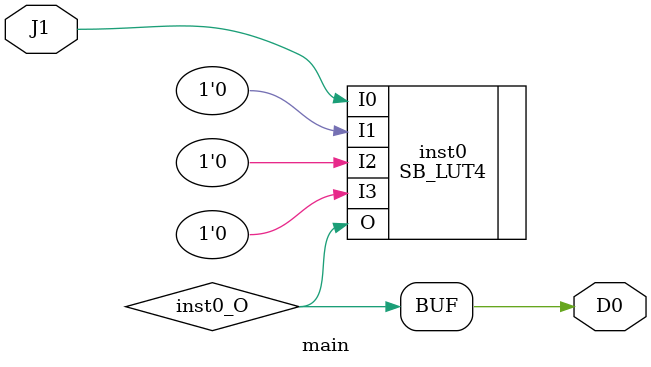
<source format=v>
module main (input  J1, output  D0);
wire  inst0_O;
SB_LUT4 #(.LUT_INIT(16'h0002)) inst0 (.I0(J1), .I1(1'b0), .I2(1'b0), .I3(1'b0), .O(inst0_O));
assign D0 = inst0_O;
endmodule


</source>
